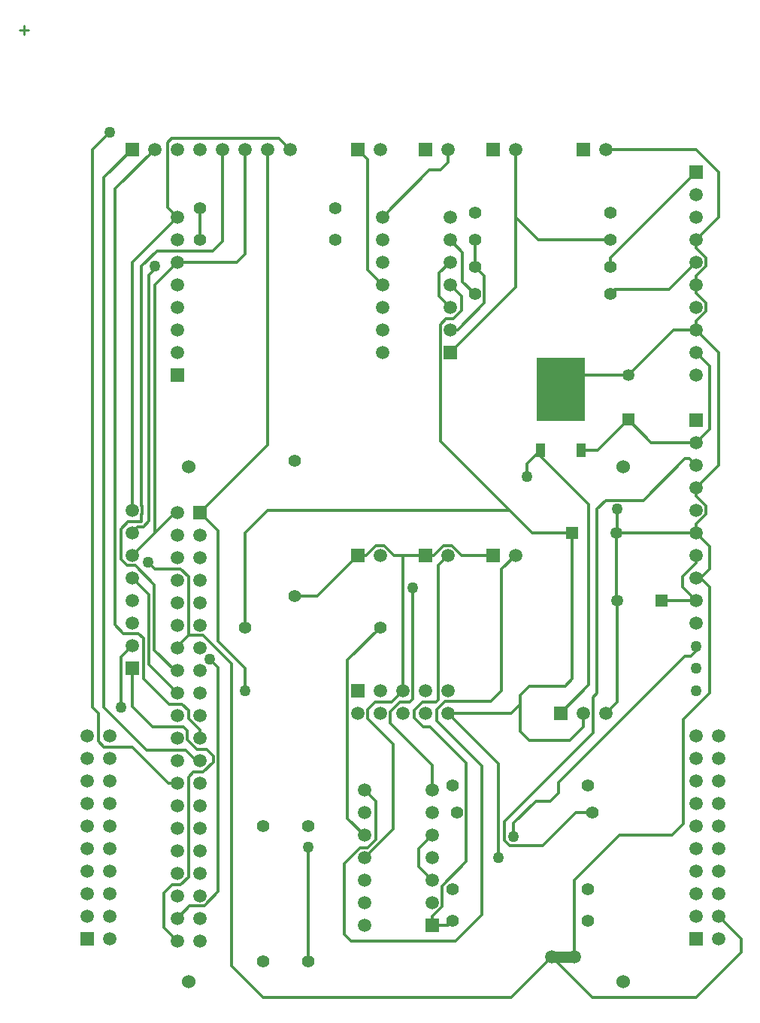
<source format=gtl>
G04 Layer_Physical_Order=1*
G04 Layer_Color=255*
%FSLAX44Y44*%
%MOMM*%
G71*
G01*
G75*
%ADD10R,1.0000X1.6000*%
%ADD11R,5.5000X7.1000*%
%ADD12C,0.3048*%
%ADD13C,1.2700*%
%ADD14C,0.2540*%
%ADD15C,1.5000*%
%ADD16R,1.5000X1.5000*%
%ADD17R,1.3500X1.3500*%
%ADD18C,1.3500*%
%ADD19R,1.3500X1.3500*%
%ADD20R,1.5000X1.5000*%
%ADD21C,1.5240*%
%ADD22C,1.4000*%
%ADD23C,1.2700*%
D10*
X1165850Y1184950D02*
D03*
X1120150D02*
D03*
D11*
X1143000Y1253450D02*
D03*
D12*
X1346200Y619760D02*
Y635000D01*
X1320800Y660400D02*
X1346200Y635000D01*
X1295400Y568960D02*
X1346200Y619760D01*
X1178560Y568960D02*
X1295400D01*
X1132840Y614680D02*
X1178560Y568960D01*
X671322Y1122314D02*
Y1392467D01*
Y1122314D02*
X671456Y1122179D01*
Y1113020D02*
Y1122179D01*
X671322Y1112886D02*
X671456Y1113020D01*
X671322Y1104900D02*
Y1112886D01*
Y1392467D02*
X688555Y1409700D01*
X751586D01*
X685800Y1388872D02*
Y1392936D01*
X679450Y1382522D02*
X685800Y1388872D01*
X679450Y1105154D02*
Y1382522D01*
X660400Y1397000D02*
X711200Y1447800D01*
X660400Y1117600D02*
Y1397000D01*
X1158240Y614680D02*
Y701040D01*
X1209040Y751840D01*
X1268984D01*
X1087120Y568960D02*
X1129427Y611268D01*
X1143000Y889000D02*
X1174750Y920750D01*
X1193800Y889000D02*
X1206500Y901700D01*
X1104900Y1169700D02*
X1120150Y1184950D01*
X1104900Y1155700D02*
Y1169700D01*
X1120150Y1178560D02*
Y1184950D01*
X615950Y895350D02*
Y1524000D01*
X647700Y895350D02*
Y952500D01*
X660400Y896620D02*
Y939800D01*
Y1041400D02*
X679450Y1022350D01*
Y943610D02*
Y1022350D01*
Y943610D02*
X711200Y911860D01*
X641350Y1479550D02*
X685800Y1524000D01*
X641350Y988568D02*
Y1479550D01*
X628650Y1492250D02*
X660400Y1524000D01*
X615950D02*
X635000Y1543050D01*
X787400Y914400D02*
Y939546D01*
X757174Y969772D02*
X787400Y939546D01*
X721226Y847090D02*
X732656Y835660D01*
X736600D01*
X1120150Y1178560D02*
X1174750Y1123960D01*
Y920750D02*
Y1123960D01*
X1143000Y1092200D02*
X1156100D01*
X1256900Y1016000D02*
X1295400D01*
Y1057989D02*
Y1066800D01*
X1206500Y1016400D02*
X1206900Y1016000D01*
X1295400Y1422400D02*
X1320800Y1447800D01*
X1295400Y1320800D02*
X1320800Y1295400D01*
X1295400Y1143000D02*
X1320800Y1168400D01*
X729488Y822452D02*
X740156D01*
X723900Y816864D02*
X729488Y822452D01*
X723900Y704596D02*
Y816864D01*
X715264Y695960D02*
X723900Y704596D01*
X705358Y695960D02*
X715264D01*
X736600Y861060D02*
Y870458D01*
X723900Y883158D02*
X736600Y870458D01*
X723900Y883158D02*
Y892302D01*
X762000Y1420114D02*
Y1524000D01*
X751586Y1409700D02*
X762000Y1420114D01*
X757174Y969772D02*
Y1094486D01*
X736600Y1115060D02*
X757174Y1094486D01*
X647700Y952500D02*
X660400Y965200D01*
X1143000Y1253450D02*
X1159150Y1269600D01*
X1219200D01*
X1245000Y1193800D02*
X1295400D01*
X1219200Y1219600D02*
X1245000Y1193800D01*
X1165850Y1184950D02*
X1184550D01*
X1219200Y1219600D01*
X965200Y914400D02*
Y1066800D01*
X1270400Y1320800D02*
X1295400D01*
X1219200Y1269600D02*
X1270400Y1320800D01*
X1031636Y1066800D02*
X1066800D01*
X1020580Y1077856D02*
X1031636Y1066800D01*
X1011420Y1077856D02*
X1020580D01*
X1000364Y1066800D02*
X1011420Y1077856D01*
X990600Y1066800D02*
X1000364D01*
X944380Y1077856D02*
X955436Y1066800D01*
X935220Y1077856D02*
X944380D01*
X924164Y1066800D02*
X935220Y1077856D01*
X914400Y1066800D02*
X924164D01*
X1295400Y1101964D02*
X1306456Y1113020D01*
Y1122180D01*
X1295400Y1133236D02*
X1306456Y1122180D01*
X1295400Y1133236D02*
Y1143000D01*
X1320800Y1168400D02*
Y1295400D01*
X1295400Y1320800D02*
Y1330564D01*
Y1371600D02*
Y1381364D01*
Y1361836D02*
Y1371600D01*
Y1330564D02*
X1306456Y1341620D01*
Y1350780D01*
X1295400Y1361836D02*
X1306456Y1350780D01*
X1295400Y1381364D02*
X1306456Y1392420D01*
Y1401580D01*
X1295400Y1412636D02*
X1306456Y1401580D01*
X1295400Y1412636D02*
Y1422400D01*
X1320800Y1447800D02*
Y1498600D01*
X1193800Y1524000D02*
X1295400D01*
X711200Y1115060D02*
Y1117600D01*
X615950Y895350D02*
X622300Y889000D01*
Y857250D02*
Y889000D01*
Y857250D02*
X628650Y850900D01*
X660400D01*
X701040Y810260D01*
X711200D01*
X1156100Y927500D02*
Y1092200D01*
X1148080Y919480D02*
X1156100Y927500D01*
X1107440Y919480D02*
X1148080D01*
X1097280Y909320D02*
X1107440Y919480D01*
X1097280Y868680D02*
X1107440Y858520D01*
X1153160D01*
X1168400Y873760D01*
Y889000D01*
X1087120D02*
X1097280Y899160D01*
Y868680D02*
Y899160D01*
Y909320D01*
X955436Y1066800D02*
X965200D01*
X990600D01*
X1295400Y1524000D02*
X1320800Y1498600D01*
X711200Y1397000D02*
X778256D01*
X787400Y1406144D01*
Y1524000D01*
X678688Y1058926D02*
X686054Y1051560D01*
X715264D01*
X772922Y604266D02*
Y944372D01*
X826008Y1536192D02*
X838200Y1524000D01*
X704850Y1536192D02*
X826008D01*
X1268984Y751840D02*
X1281176Y764032D01*
Y882142D01*
X1295400Y1092200D02*
Y1101964D01*
X1206100Y1092200D02*
X1206500D01*
X1295400D01*
X1206100Y1016800D02*
Y1092200D01*
X1016000Y889000D02*
X1087120D01*
X914400Y1524000D02*
X925830Y1512570D01*
Y1388110D02*
Y1512570D01*
Y1388110D02*
X942340Y1371600D01*
X922020Y726440D02*
X954278Y758698D01*
X942340Y1447800D02*
X995426Y1500886D01*
X1007872D01*
X1016000Y1509014D01*
Y1524000D01*
X976630Y905256D02*
Y1029970D01*
X1283208Y953262D02*
X1289558D01*
X1295400Y959104D01*
Y963930D01*
X1076706Y1051306D02*
X1092200Y1066800D01*
X1076706Y914146D02*
Y1051306D01*
X1065022Y902462D02*
X1076706Y914146D01*
X1012952Y902462D02*
X1065022D01*
X1110996Y1092200D02*
X1143000D01*
X700144Y1458856D02*
Y1531486D01*
Y1458856D02*
X711200Y1447800D01*
X700144Y1531486D02*
X704850Y1536192D01*
X1295400Y1193800D02*
X1310640Y1209040D01*
Y1280160D01*
X1295400Y1295400D02*
X1310640Y1280160D01*
Y1051560D02*
Y1076960D01*
X1295400Y1092200D02*
X1310640Y1076960D01*
X1280160Y1042749D02*
X1295400Y1057989D01*
X1280160Y1031240D02*
Y1042749D01*
Y1031240D02*
X1295400Y1016000D01*
X1300480Y1041400D02*
X1310640Y1051560D01*
X1295400Y1041400D02*
X1300480D01*
X1310640Y1031240D01*
Y911606D02*
Y1031240D01*
X1281176Y882142D02*
X1310640Y911606D01*
X925456Y883024D02*
Y892847D01*
Y883024D02*
X954278Y854202D01*
Y758698D02*
Y854202D01*
X951271Y877529D02*
X998220Y830580D01*
Y802640D02*
Y830580D01*
X628650Y895350D02*
Y1492250D01*
Y895350D02*
X676910Y847090D01*
X721226D01*
X660400Y896620D02*
X683260Y873760D01*
X718058D01*
X722256Y859522D02*
Y869562D01*
X718058Y873760D02*
X722256Y869562D01*
Y859522D02*
X733418Y848360D01*
X744354D01*
X740156Y822452D02*
X751840Y834136D01*
Y840874D01*
X744354Y848360D02*
X751840Y840874D01*
X695960Y647700D02*
X711200Y632460D01*
X695960Y647700D02*
Y686562D01*
X705358Y695960D01*
X708660Y937260D02*
X711200D01*
X685666Y960254D02*
X708660Y937260D01*
X673100Y928116D02*
Y973582D01*
X641350Y988568D02*
X651002Y978916D01*
X667766D01*
X673100Y973582D01*
X647700Y1062602D02*
Y1096518D01*
Y1062602D02*
X654558Y1055744D01*
X663836D01*
X685666Y1033914D01*
Y960254D02*
Y1033914D01*
X1140460Y798830D02*
Y810514D01*
X1283208Y953262D01*
X1131570Y789940D02*
X1140460Y798830D01*
X906780Y632460D02*
X1024890D01*
X899160Y640080D02*
X906780Y632460D01*
X899160Y640080D02*
Y719216D01*
X917440Y737496D01*
X925456D01*
X934720Y746760D01*
Y789940D01*
X922020Y802640D02*
X934720Y789940D01*
X673100Y928116D02*
X702056Y899160D01*
X717042D01*
X723900Y892302D01*
X982980Y716280D02*
X998220Y701040D01*
X982980Y716280D02*
Y736600D01*
X998220Y751840D01*
X1031240Y1342390D02*
Y1358900D01*
X1018540Y1371600D02*
X1031240Y1358900D01*
X1007484Y1195712D02*
Y1326762D01*
X715264Y1051560D02*
X723900Y1042924D01*
Y977004D02*
Y1042924D01*
X711200Y962660D02*
Y964304D01*
X723900Y977004D01*
X740290D01*
X772922Y944372D01*
X647700Y1096518D02*
X656082Y1104900D01*
X671322D01*
X951271Y877529D02*
Y890707D01*
X987418Y901700D02*
X1002404D01*
X925456Y892847D02*
X934309Y901700D01*
X952500D01*
X965200Y914400D01*
X951271Y890707D02*
X962264Y901700D01*
X973074D01*
X976630Y905256D01*
X1003300Y880230D02*
Y892810D01*
X1012952Y902462D01*
X1002404Y901700D02*
X1004944Y904240D01*
Y1055744D01*
X1016000Y1066800D01*
X1007484Y1326762D02*
X1014222Y1333500D01*
X1022350D01*
X1031240Y1342390D01*
X711200Y657860D02*
X725424Y672084D01*
X741680D01*
X757428Y687832D01*
Y940308D01*
X747776Y949960D02*
X757428Y940308D01*
X1006348Y1384808D02*
X1018540Y1397000D01*
X1006348Y1358392D02*
Y1384808D01*
Y1358392D02*
X1018540Y1346200D01*
X772922Y604266D02*
X808228Y568960D01*
X1087120D01*
X685800Y1092200D02*
Y1371600D01*
X711200Y1397000D01*
X1292860Y939800D02*
X1295400D01*
X1115060Y789940D02*
X1131570D01*
X1264920Y1366520D02*
X1295400Y1397000D01*
X1024890Y632460D02*
X1054100Y661670D01*
Y829430D01*
X1003300Y880230D02*
X1054100Y829430D01*
X843280Y1021080D02*
X868680D01*
X914400Y1066800D01*
X787400Y985520D02*
Y1092200D01*
X812800Y1117600D01*
X1072896Y726440D02*
Y832104D01*
X1016000Y889000D02*
X1072896Y832104D01*
X736600Y1422400D02*
Y1457960D01*
X1046480Y1391920D02*
Y1422400D01*
X1198880Y1361440D02*
X1203960Y1366520D01*
X1264920D01*
X1018540Y1295400D02*
X1092200Y1369060D01*
X1046480Y1391920D02*
X1057148Y1381252D01*
Y1350772D02*
Y1381252D01*
X1027176Y1320800D02*
X1057148Y1350772D01*
X1018540Y1320800D02*
X1027176D01*
X1018540Y1422400D02*
X1032764Y1408176D01*
Y1375156D02*
Y1408176D01*
Y1375156D02*
X1046480Y1361440D01*
X1198880Y1391920D02*
Y1402080D01*
X1295400Y1498600D01*
X1092200Y1447800D02*
Y1524000D01*
Y1447800D02*
X1117600Y1422400D01*
X1198880D01*
X903224Y948944D02*
X939800Y985520D01*
X903224Y770636D02*
Y948944D01*
Y770636D02*
X922020Y751840D01*
X1160548Y777240D02*
X1178560D01*
X1179576Y866648D02*
Y906780D01*
X1184402Y911606D01*
Y1119378D01*
X1193800Y1128776D01*
X1236218D01*
X1282954Y1175512D01*
X1288288D01*
X1295400Y1168400D01*
X858520Y609600D02*
Y738124D01*
X812800Y1117600D02*
X1085596D01*
X1092200Y1369060D02*
Y1447800D01*
X1090000Y750000D02*
Y764880D01*
X1080094Y745897D02*
X1085897Y740094D01*
X1080094Y745897D02*
Y767166D01*
X1085897Y740094D02*
X1123402D01*
X1090000Y764880D02*
X1115060Y789940D01*
X1080094Y767166D02*
X1179576Y866648D01*
X1123402Y740094D02*
X1160548Y777240D01*
X998220Y650240D02*
Y660004D01*
X1009276Y671060D01*
Y694316D01*
X1036716Y721756D01*
Y784704D01*
X977900Y892182D02*
X987418Y901700D01*
X988060Y873760D02*
X995680D01*
X977900Y883920D02*
X988060Y873760D01*
X977900Y883920D02*
Y892182D01*
X1016000Y650240D02*
X1021080Y655320D01*
X998220Y650240D02*
X1016000D01*
X673100Y1079500D02*
X685800Y1092200D01*
X1036716Y784704D02*
Y832724D01*
X995680Y873760D02*
X1036716Y832724D01*
X736600Y1115060D02*
X812800Y1191260D01*
Y1524000D01*
X673100Y1098804D02*
X679450Y1105154D01*
X667004Y1098804D02*
X673100D01*
X660400Y1092200D02*
X667004Y1098804D01*
X660400Y1066800D02*
X685800Y1092200D01*
X711200Y1117600D01*
X1206500Y901700D02*
Y1016400D01*
X1206100Y1016800D02*
X1206900Y1016000D01*
X1206500Y1092200D02*
Y1118870D01*
X1007484Y1195712D02*
X1110996Y1092200D01*
D13*
X1132840Y614680D02*
X1158240D01*
D14*
X533400Y1658618D02*
X543557D01*
X538478Y1663696D02*
Y1653539D01*
D15*
X1158240Y614680D02*
D03*
X1132840D02*
D03*
X1168400Y889000D02*
D03*
X1193800D02*
D03*
X1295400Y1270000D02*
D03*
Y1295400D02*
D03*
Y1320800D02*
D03*
Y1346200D02*
D03*
Y1371600D02*
D03*
Y1397000D02*
D03*
Y1422400D02*
D03*
Y1447800D02*
D03*
Y1473200D02*
D03*
Y990600D02*
D03*
Y1016000D02*
D03*
Y1041400D02*
D03*
Y1066800D02*
D03*
Y1092200D02*
D03*
Y1117600D02*
D03*
Y1143000D02*
D03*
Y1168400D02*
D03*
Y1193800D02*
D03*
X711200Y632460D02*
D03*
X736600D02*
D03*
X711200Y657860D02*
D03*
X736600D02*
D03*
X711200Y683260D02*
D03*
X736600D02*
D03*
X711200Y708660D02*
D03*
X736600D02*
D03*
X711200Y734060D02*
D03*
X736600D02*
D03*
X711200Y759460D02*
D03*
X736600D02*
D03*
X711200Y784860D02*
D03*
X736600D02*
D03*
X711200Y810260D02*
D03*
X736600D02*
D03*
X711200Y835660D02*
D03*
X736600D02*
D03*
X711200Y861060D02*
D03*
X736600D02*
D03*
X711200Y886460D02*
D03*
X736600D02*
D03*
X711200Y911860D02*
D03*
X736600D02*
D03*
X711200Y937260D02*
D03*
X736600D02*
D03*
X711200Y962660D02*
D03*
X736600D02*
D03*
X711200Y988060D02*
D03*
X736600D02*
D03*
X711200Y1013460D02*
D03*
X736600D02*
D03*
X711200Y1038860D02*
D03*
X736600D02*
D03*
X711200Y1064260D02*
D03*
X736600D02*
D03*
X711200Y1089660D02*
D03*
X736600D02*
D03*
X711200Y1115060D02*
D03*
X635000Y635000D02*
D03*
X609600Y660400D02*
D03*
X635000D02*
D03*
X609600Y685800D02*
D03*
X635000D02*
D03*
X609600Y711200D02*
D03*
X635000D02*
D03*
X609600Y736600D02*
D03*
X635000D02*
D03*
X609600Y762000D02*
D03*
X635000D02*
D03*
X609600Y787400D02*
D03*
X635000D02*
D03*
X609600Y812800D02*
D03*
X635000D02*
D03*
X609600Y838200D02*
D03*
X635000D02*
D03*
X609600Y863600D02*
D03*
X635000D02*
D03*
X1320800Y635000D02*
D03*
X1295400Y660400D02*
D03*
X1320800D02*
D03*
X1295400Y685800D02*
D03*
X1320800D02*
D03*
X1295400Y711200D02*
D03*
X1320800D02*
D03*
X1295400Y736600D02*
D03*
X1320800D02*
D03*
X1295400Y762000D02*
D03*
X1320800D02*
D03*
X1295400Y787400D02*
D03*
X1320800D02*
D03*
X1295400Y812800D02*
D03*
X1320800D02*
D03*
X1295400Y838200D02*
D03*
X1320800D02*
D03*
X1295400Y863600D02*
D03*
X1320800D02*
D03*
X685800Y1524000D02*
D03*
X711200D02*
D03*
X736600D02*
D03*
X762000D02*
D03*
X787400D02*
D03*
X812800D02*
D03*
X838200D02*
D03*
X711200Y1295400D02*
D03*
Y1320800D02*
D03*
Y1346200D02*
D03*
Y1371600D02*
D03*
Y1397000D02*
D03*
Y1422400D02*
D03*
Y1447800D02*
D03*
X660400Y965200D02*
D03*
Y990600D02*
D03*
Y1016000D02*
D03*
Y1041400D02*
D03*
Y1066800D02*
D03*
Y1092200D02*
D03*
Y1117600D02*
D03*
X1193800Y1524000D02*
D03*
X1016000D02*
D03*
X939800D02*
D03*
X1092200D02*
D03*
Y1066800D02*
D03*
X939800D02*
D03*
X1016000D02*
D03*
Y889000D02*
D03*
Y914400D02*
D03*
X990600Y889000D02*
D03*
Y914400D02*
D03*
X965200Y889000D02*
D03*
Y914400D02*
D03*
X939800Y889000D02*
D03*
Y914400D02*
D03*
X914400Y889000D02*
D03*
X942340Y1447800D02*
D03*
Y1422400D02*
D03*
Y1397000D02*
D03*
Y1371600D02*
D03*
Y1346200D02*
D03*
Y1320800D02*
D03*
Y1295400D02*
D03*
X1018540Y1447800D02*
D03*
Y1422400D02*
D03*
Y1397000D02*
D03*
Y1371600D02*
D03*
Y1346200D02*
D03*
Y1320800D02*
D03*
X922020Y802640D02*
D03*
Y777240D02*
D03*
Y751840D02*
D03*
Y726440D02*
D03*
Y701040D02*
D03*
Y675640D02*
D03*
Y650240D02*
D03*
X998220Y802640D02*
D03*
Y777240D02*
D03*
Y751840D02*
D03*
Y726440D02*
D03*
Y701040D02*
D03*
Y675640D02*
D03*
D16*
X1143000Y889000D02*
D03*
X660400Y1524000D02*
D03*
X1168400D02*
D03*
X990600D02*
D03*
X914400D02*
D03*
X1066800D02*
D03*
Y1066800D02*
D03*
X914400D02*
D03*
X990600D02*
D03*
X914400Y914400D02*
D03*
X1018540Y1295400D02*
D03*
X998220Y650240D02*
D03*
D17*
X1256900Y1016000D02*
D03*
X1156100Y1092200D02*
D03*
D18*
X1206900Y1016000D02*
D03*
X1206100Y1092200D02*
D03*
X1219200Y1269600D02*
D03*
D19*
Y1219600D02*
D03*
D20*
X1295400Y1498600D02*
D03*
Y1219200D02*
D03*
X736600Y1115060D02*
D03*
X609600Y635000D02*
D03*
X1295400D02*
D03*
X711200Y1270000D02*
D03*
X660400Y939800D02*
D03*
D21*
X723900Y1166300D02*
D03*
X1213900Y586300D02*
D03*
X723900D02*
D03*
X1213900Y1166300D02*
D03*
D22*
X1021080Y690880D02*
D03*
X1173480D02*
D03*
Y655320D02*
D03*
X1021080D02*
D03*
X1026160Y777240D02*
D03*
X1178560D02*
D03*
X1173480Y807720D02*
D03*
X1021080D02*
D03*
X807720Y609600D02*
D03*
Y762000D02*
D03*
X858520Y609600D02*
D03*
Y762000D02*
D03*
X939800Y985520D02*
D03*
X787400D02*
D03*
X843280Y1021080D02*
D03*
Y1173480D02*
D03*
X1046480Y1391920D02*
D03*
X1198880D02*
D03*
X1046480Y1361440D02*
D03*
X1198880D02*
D03*
X1046480Y1422400D02*
D03*
X1198880D02*
D03*
X736600Y1457960D02*
D03*
X889000D02*
D03*
X736600Y1422400D02*
D03*
X889000D02*
D03*
X1198880Y1452880D02*
D03*
X1046480D02*
D03*
D23*
X685800Y1392936D02*
D03*
X1104900Y1155700D02*
D03*
X647700Y895350D02*
D03*
X787400Y914400D02*
D03*
X635000Y1543050D02*
D03*
X1206500Y1118870D02*
D03*
X1295400Y914400D02*
D03*
Y939800D02*
D03*
Y963930D02*
D03*
X678688Y1058926D02*
D03*
X1072896Y726440D02*
D03*
X976630Y1029970D02*
D03*
X747776Y949960D02*
D03*
X858520Y738124D02*
D03*
X1090000Y750000D02*
D03*
M02*

</source>
